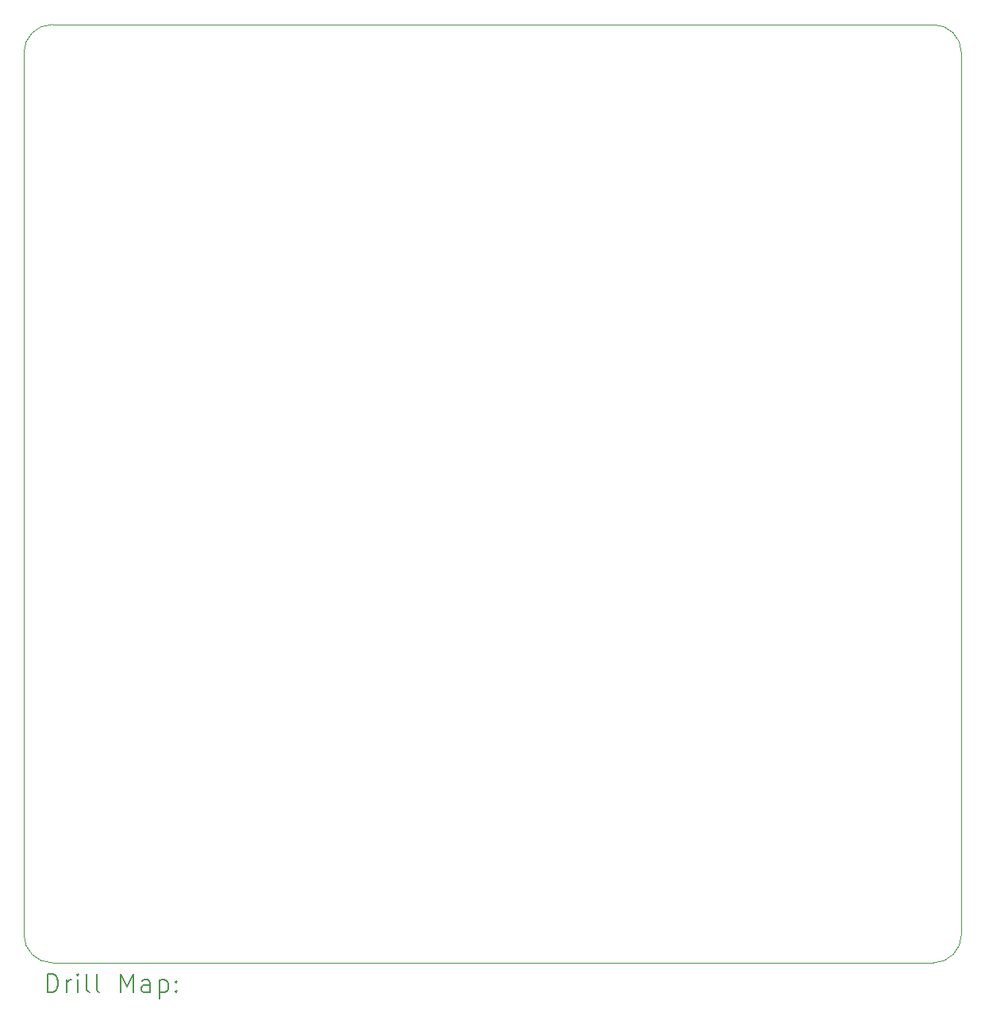
<source format=gbr>
%TF.GenerationSoftware,KiCad,Pcbnew,6.0.9+dfsg-1*%
%TF.CreationDate,2022-12-20T22:46:27+00:00*%
%TF.ProjectId,HP_54542C_Display_Adapter,48505f35-3435-4343-9243-5f446973706c,1*%
%TF.SameCoordinates,Original*%
%TF.FileFunction,Drillmap*%
%TF.FilePolarity,Positive*%
%FSLAX45Y45*%
G04 Gerber Fmt 4.5, Leading zero omitted, Abs format (unit mm)*
G04 Created by KiCad (PCBNEW 6.0.9+dfsg-1) date 2022-12-20 22:46:27*
%MOMM*%
%LPD*%
G01*
G04 APERTURE LIST*
%ADD10C,0.100000*%
%ADD11C,0.200000*%
G04 APERTURE END LIST*
D10*
X10000000Y-14700000D02*
G75*
G03*
X10300000Y-15000000I300000J0D01*
G01*
X19700000Y-5000000D02*
X10300000Y-5000000D01*
X20000000Y-14700000D02*
X20000000Y-5300000D01*
X10300000Y-5000000D02*
G75*
G03*
X10000000Y-5300000I0J-300000D01*
G01*
X10000000Y-5300000D02*
X10000000Y-14700000D01*
X19700000Y-15000000D02*
G75*
G03*
X20000000Y-14700000I0J300000D01*
G01*
X20000000Y-5300000D02*
G75*
G03*
X19700000Y-5000000I-300000J0D01*
G01*
X10300000Y-15000000D02*
X19700000Y-15000000D01*
D11*
X10252619Y-15315476D02*
X10252619Y-15115476D01*
X10300238Y-15115476D01*
X10328810Y-15125000D01*
X10347857Y-15144048D01*
X10357381Y-15163095D01*
X10366905Y-15201190D01*
X10366905Y-15229762D01*
X10357381Y-15267857D01*
X10347857Y-15286905D01*
X10328810Y-15305952D01*
X10300238Y-15315476D01*
X10252619Y-15315476D01*
X10452619Y-15315476D02*
X10452619Y-15182143D01*
X10452619Y-15220238D02*
X10462143Y-15201190D01*
X10471667Y-15191667D01*
X10490714Y-15182143D01*
X10509762Y-15182143D01*
X10576429Y-15315476D02*
X10576429Y-15182143D01*
X10576429Y-15115476D02*
X10566905Y-15125000D01*
X10576429Y-15134524D01*
X10585952Y-15125000D01*
X10576429Y-15115476D01*
X10576429Y-15134524D01*
X10700238Y-15315476D02*
X10681190Y-15305952D01*
X10671667Y-15286905D01*
X10671667Y-15115476D01*
X10805000Y-15315476D02*
X10785952Y-15305952D01*
X10776429Y-15286905D01*
X10776429Y-15115476D01*
X11033571Y-15315476D02*
X11033571Y-15115476D01*
X11100238Y-15258333D01*
X11166905Y-15115476D01*
X11166905Y-15315476D01*
X11347857Y-15315476D02*
X11347857Y-15210714D01*
X11338333Y-15191667D01*
X11319286Y-15182143D01*
X11281190Y-15182143D01*
X11262143Y-15191667D01*
X11347857Y-15305952D02*
X11328809Y-15315476D01*
X11281190Y-15315476D01*
X11262143Y-15305952D01*
X11252619Y-15286905D01*
X11252619Y-15267857D01*
X11262143Y-15248809D01*
X11281190Y-15239286D01*
X11328809Y-15239286D01*
X11347857Y-15229762D01*
X11443095Y-15182143D02*
X11443095Y-15382143D01*
X11443095Y-15191667D02*
X11462143Y-15182143D01*
X11500238Y-15182143D01*
X11519286Y-15191667D01*
X11528809Y-15201190D01*
X11538333Y-15220238D01*
X11538333Y-15277381D01*
X11528809Y-15296428D01*
X11519286Y-15305952D01*
X11500238Y-15315476D01*
X11462143Y-15315476D01*
X11443095Y-15305952D01*
X11624048Y-15296428D02*
X11633571Y-15305952D01*
X11624048Y-15315476D01*
X11614524Y-15305952D01*
X11624048Y-15296428D01*
X11624048Y-15315476D01*
X11624048Y-15191667D02*
X11633571Y-15201190D01*
X11624048Y-15210714D01*
X11614524Y-15201190D01*
X11624048Y-15191667D01*
X11624048Y-15210714D01*
M02*

</source>
